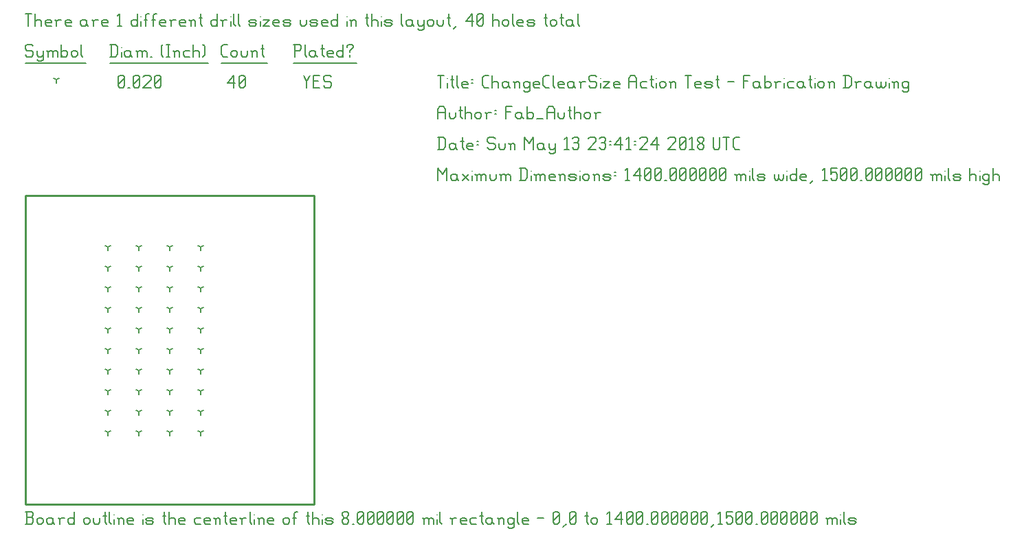
<source format=gbr>
G04 start of page 15 for group -3984 idx -3984 *
G04 Title: ChangeClearSize Action Test, fab *
G04 Creator: pcb v4.1.0-g2256aec2 *
G04 CreationDate: Sun May 13 23:41:24 2018 UTC *
G04 For: parkecw1 *
G04 Format: Gerber/RS-274X *
G04 PCB-Dimensions (mil): 1400.00 1500.00 *
G04 PCB-Coordinate-Origin: lower left *
%MOIN*%
%FSLAX25Y25*%
%LNFAB*%
%ADD41C,0.0100*%
%ADD40C,0.0075*%
%ADD39C,0.0060*%
%ADD38C,0.0080*%
G54D38*X40000Y35000D02*Y33400D01*
Y35000D02*X41387Y35800D01*
X40000Y35000D02*X38613Y35800D01*
X55000Y35000D02*Y33400D01*
Y35000D02*X56387Y35800D01*
X55000Y35000D02*X53613Y35800D01*
X85000Y35000D02*Y33400D01*
Y35000D02*X86387Y35800D01*
X85000Y35000D02*X83613Y35800D01*
X70000Y35000D02*Y33400D01*
Y35000D02*X71387Y35800D01*
X70000Y35000D02*X68613Y35800D01*
X40000Y45000D02*Y43400D01*
Y45000D02*X41387Y45800D01*
X40000Y45000D02*X38613Y45800D01*
X55000Y45000D02*Y43400D01*
Y45000D02*X56387Y45800D01*
X55000Y45000D02*X53613Y45800D01*
X85000Y45000D02*Y43400D01*
Y45000D02*X86387Y45800D01*
X85000Y45000D02*X83613Y45800D01*
X70000Y45000D02*Y43400D01*
Y45000D02*X71387Y45800D01*
X70000Y45000D02*X68613Y45800D01*
X40000Y125000D02*Y123400D01*
Y125000D02*X41387Y125800D01*
X40000Y125000D02*X38613Y125800D01*
X70000Y125000D02*Y123400D01*
Y125000D02*X71387Y125800D01*
X70000Y125000D02*X68613Y125800D01*
X55000Y125000D02*Y123400D01*
Y125000D02*X56387Y125800D01*
X55000Y125000D02*X53613Y125800D01*
X85000Y125000D02*Y123400D01*
Y125000D02*X86387Y125800D01*
X85000Y125000D02*X83613Y125800D01*
X40000Y115000D02*Y113400D01*
Y115000D02*X41387Y115800D01*
X40000Y115000D02*X38613Y115800D01*
X70000Y115000D02*Y113400D01*
Y115000D02*X71387Y115800D01*
X70000Y115000D02*X68613Y115800D01*
X55000Y115000D02*Y113400D01*
Y115000D02*X56387Y115800D01*
X55000Y115000D02*X53613Y115800D01*
X85000Y115000D02*Y113400D01*
Y115000D02*X86387Y115800D01*
X85000Y115000D02*X83613Y115800D01*
X40000Y105000D02*Y103400D01*
Y105000D02*X41387Y105800D01*
X40000Y105000D02*X38613Y105800D01*
X70000Y105000D02*Y103400D01*
Y105000D02*X71387Y105800D01*
X70000Y105000D02*X68613Y105800D01*
X55000Y105000D02*Y103400D01*
Y105000D02*X56387Y105800D01*
X55000Y105000D02*X53613Y105800D01*
X85000Y105000D02*Y103400D01*
Y105000D02*X86387Y105800D01*
X85000Y105000D02*X83613Y105800D01*
X40000Y95000D02*Y93400D01*
Y95000D02*X41387Y95800D01*
X40000Y95000D02*X38613Y95800D01*
X70000Y95000D02*Y93400D01*
Y95000D02*X71387Y95800D01*
X70000Y95000D02*X68613Y95800D01*
X55000Y95000D02*Y93400D01*
Y95000D02*X56387Y95800D01*
X55000Y95000D02*X53613Y95800D01*
X85000Y95000D02*Y93400D01*
Y95000D02*X86387Y95800D01*
X85000Y95000D02*X83613Y95800D01*
X40000Y85000D02*Y83400D01*
Y85000D02*X41387Y85800D01*
X40000Y85000D02*X38613Y85800D01*
X70000Y85000D02*Y83400D01*
Y85000D02*X71387Y85800D01*
X70000Y85000D02*X68613Y85800D01*
X55000Y85000D02*Y83400D01*
Y85000D02*X56387Y85800D01*
X55000Y85000D02*X53613Y85800D01*
X85000Y85000D02*Y83400D01*
Y85000D02*X86387Y85800D01*
X85000Y85000D02*X83613Y85800D01*
X40000Y75000D02*Y73400D01*
Y75000D02*X41387Y75800D01*
X40000Y75000D02*X38613Y75800D01*
X70000Y75000D02*Y73400D01*
Y75000D02*X71387Y75800D01*
X70000Y75000D02*X68613Y75800D01*
X55000Y75000D02*Y73400D01*
Y75000D02*X56387Y75800D01*
X55000Y75000D02*X53613Y75800D01*
X85000Y75000D02*Y73400D01*
Y75000D02*X86387Y75800D01*
X85000Y75000D02*X83613Y75800D01*
X40000Y65000D02*Y63400D01*
Y65000D02*X41387Y65800D01*
X40000Y65000D02*X38613Y65800D01*
X70000Y65000D02*Y63400D01*
Y65000D02*X71387Y65800D01*
X70000Y65000D02*X68613Y65800D01*
X55000Y65000D02*Y63400D01*
Y65000D02*X56387Y65800D01*
X55000Y65000D02*X53613Y65800D01*
X85000Y65000D02*Y63400D01*
Y65000D02*X86387Y65800D01*
X85000Y65000D02*X83613Y65800D01*
X40000Y55000D02*Y53400D01*
Y55000D02*X41387Y55800D01*
X40000Y55000D02*X38613Y55800D01*
X70000Y55000D02*Y53400D01*
Y55000D02*X71387Y55800D01*
X70000Y55000D02*X68613Y55800D01*
X55000Y55000D02*Y53400D01*
Y55000D02*X56387Y55800D01*
X55000Y55000D02*X53613Y55800D01*
X85000Y55000D02*Y53400D01*
Y55000D02*X86387Y55800D01*
X85000Y55000D02*X83613Y55800D01*
X15000Y206250D02*Y204650D01*
Y206250D02*X16387Y207050D01*
X15000Y206250D02*X13613Y207050D01*
G54D39*X135000Y208500D02*X136500Y205500D01*
X138000Y208500D01*
X136500Y205500D02*Y202500D01*
X139800Y205800D02*X142050D01*
X139800Y202500D02*X142800D01*
X139800Y208500D02*Y202500D01*
Y208500D02*X142800D01*
X147600D02*X148350Y207750D01*
X145350Y208500D02*X147600D01*
X144600Y207750D02*X145350Y208500D01*
X144600Y207750D02*Y206250D01*
X145350Y205500D01*
X147600D01*
X148350Y204750D01*
Y203250D01*
X147600Y202500D02*X148350Y203250D01*
X145350Y202500D02*X147600D01*
X144600Y203250D02*X145350Y202500D01*
X98000Y204750D02*X101000Y208500D01*
X98000Y204750D02*X101750D01*
X101000Y208500D02*Y202500D01*
X103550Y203250D02*X104300Y202500D01*
X103550Y207750D02*Y203250D01*
Y207750D02*X104300Y208500D01*
X105800D01*
X106550Y207750D01*
Y203250D01*
X105800Y202500D02*X106550Y203250D01*
X104300Y202500D02*X105800D01*
X103550Y204000D02*X106550Y207000D01*
X45000Y203250D02*X45750Y202500D01*
X45000Y207750D02*Y203250D01*
Y207750D02*X45750Y208500D01*
X47250D01*
X48000Y207750D01*
Y203250D01*
X47250Y202500D02*X48000Y203250D01*
X45750Y202500D02*X47250D01*
X45000Y204000D02*X48000Y207000D01*
X49800Y202500D02*X50550D01*
X52350Y203250D02*X53100Y202500D01*
X52350Y207750D02*Y203250D01*
Y207750D02*X53100Y208500D01*
X54600D01*
X55350Y207750D01*
Y203250D01*
X54600Y202500D02*X55350Y203250D01*
X53100Y202500D02*X54600D01*
X52350Y204000D02*X55350Y207000D01*
X57150Y207750D02*X57900Y208500D01*
X60150D01*
X60900Y207750D01*
Y206250D01*
X57150Y202500D02*X60900Y206250D01*
X57150Y202500D02*X60900D01*
X62700Y203250D02*X63450Y202500D01*
X62700Y207750D02*Y203250D01*
Y207750D02*X63450Y208500D01*
X64950D01*
X65700Y207750D01*
Y203250D01*
X64950Y202500D02*X65700Y203250D01*
X63450Y202500D02*X64950D01*
X62700Y204000D02*X65700Y207000D01*
X3000Y223500D02*X3750Y222750D01*
X750Y223500D02*X3000D01*
X0Y222750D02*X750Y223500D01*
X0Y222750D02*Y221250D01*
X750Y220500D01*
X3000D01*
X3750Y219750D01*
Y218250D01*
X3000Y217500D02*X3750Y218250D01*
X750Y217500D02*X3000D01*
X0Y218250D02*X750Y217500D01*
X5550Y220500D02*Y218250D01*
X6300Y217500D01*
X8550Y220500D02*Y216000D01*
X7800Y215250D02*X8550Y216000D01*
X6300Y215250D02*X7800D01*
X5550Y216000D02*X6300Y215250D01*
Y217500D02*X7800D01*
X8550Y218250D01*
X11100Y219750D02*Y217500D01*
Y219750D02*X11850Y220500D01*
X12600D01*
X13350Y219750D01*
Y217500D01*
Y219750D02*X14100Y220500D01*
X14850D01*
X15600Y219750D01*
Y217500D01*
X10350Y220500D02*X11100Y219750D01*
X17400Y223500D02*Y217500D01*
Y218250D02*X18150Y217500D01*
X19650D01*
X20400Y218250D01*
Y219750D02*Y218250D01*
X19650Y220500D02*X20400Y219750D01*
X18150Y220500D02*X19650D01*
X17400Y219750D02*X18150Y220500D01*
X22200Y219750D02*Y218250D01*
Y219750D02*X22950Y220500D01*
X24450D01*
X25200Y219750D01*
Y218250D01*
X24450Y217500D02*X25200Y218250D01*
X22950Y217500D02*X24450D01*
X22200Y218250D02*X22950Y217500D01*
X27000Y223500D02*Y218250D01*
X27750Y217500D01*
X0Y214250D02*X29250D01*
X41750Y223500D02*Y217500D01*
X43700Y223500D02*X44750Y222450D01*
Y218550D01*
X43700Y217500D02*X44750Y218550D01*
X41000Y217500D02*X43700D01*
X41000Y223500D02*X43700D01*
G54D40*X46550Y222000D02*Y221850D01*
G54D39*Y219750D02*Y217500D01*
X50300Y220500D02*X51050Y219750D01*
X48800Y220500D02*X50300D01*
X48050Y219750D02*X48800Y220500D01*
X48050Y219750D02*Y218250D01*
X48800Y217500D01*
X51050Y220500D02*Y218250D01*
X51800Y217500D01*
X48800D02*X50300D01*
X51050Y218250D01*
X54350Y219750D02*Y217500D01*
Y219750D02*X55100Y220500D01*
X55850D01*
X56600Y219750D01*
Y217500D01*
Y219750D02*X57350Y220500D01*
X58100D01*
X58850Y219750D01*
Y217500D01*
X53600Y220500D02*X54350Y219750D01*
X60650Y217500D02*X61400D01*
X65900Y218250D02*X66650Y217500D01*
X65900Y222750D02*X66650Y223500D01*
X65900Y222750D02*Y218250D01*
X68450Y223500D02*X69950D01*
X69200D02*Y217500D01*
X68450D02*X69950D01*
X72500Y219750D02*Y217500D01*
Y219750D02*X73250Y220500D01*
X74000D01*
X74750Y219750D01*
Y217500D01*
X71750Y220500D02*X72500Y219750D01*
X77300Y220500D02*X79550D01*
X76550Y219750D02*X77300Y220500D01*
X76550Y219750D02*Y218250D01*
X77300Y217500D01*
X79550D01*
X81350Y223500D02*Y217500D01*
Y219750D02*X82100Y220500D01*
X83600D01*
X84350Y219750D01*
Y217500D01*
X86150Y223500D02*X86900Y222750D01*
Y218250D01*
X86150Y217500D02*X86900Y218250D01*
X41000Y214250D02*X88700D01*
X96050Y217500D02*X98000D01*
X95000Y218550D02*X96050Y217500D01*
X95000Y222450D02*Y218550D01*
Y222450D02*X96050Y223500D01*
X98000D01*
X99800Y219750D02*Y218250D01*
Y219750D02*X100550Y220500D01*
X102050D01*
X102800Y219750D01*
Y218250D01*
X102050Y217500D02*X102800Y218250D01*
X100550Y217500D02*X102050D01*
X99800Y218250D02*X100550Y217500D01*
X104600Y220500D02*Y218250D01*
X105350Y217500D01*
X106850D01*
X107600Y218250D01*
Y220500D02*Y218250D01*
X110150Y219750D02*Y217500D01*
Y219750D02*X110900Y220500D01*
X111650D01*
X112400Y219750D01*
Y217500D01*
X109400Y220500D02*X110150Y219750D01*
X114950Y223500D02*Y218250D01*
X115700Y217500D01*
X114200Y221250D02*X115700D01*
X95000Y214250D02*X117200D01*
X130750Y223500D02*Y217500D01*
X130000Y223500D02*X133000D01*
X133750Y222750D01*
Y221250D01*
X133000Y220500D02*X133750Y221250D01*
X130750Y220500D02*X133000D01*
X135550Y223500D02*Y218250D01*
X136300Y217500D01*
X140050Y220500D02*X140800Y219750D01*
X138550Y220500D02*X140050D01*
X137800Y219750D02*X138550Y220500D01*
X137800Y219750D02*Y218250D01*
X138550Y217500D01*
X140800Y220500D02*Y218250D01*
X141550Y217500D01*
X138550D02*X140050D01*
X140800Y218250D01*
X144100Y223500D02*Y218250D01*
X144850Y217500D01*
X143350Y221250D02*X144850D01*
X147100Y217500D02*X149350D01*
X146350Y218250D02*X147100Y217500D01*
X146350Y219750D02*Y218250D01*
Y219750D02*X147100Y220500D01*
X148600D01*
X149350Y219750D01*
X146350Y219000D02*X149350D01*
Y219750D02*Y219000D01*
X154150Y223500D02*Y217500D01*
X153400D02*X154150Y218250D01*
X151900Y217500D02*X153400D01*
X151150Y218250D02*X151900Y217500D01*
X151150Y219750D02*Y218250D01*
Y219750D02*X151900Y220500D01*
X153400D01*
X154150Y219750D01*
X157450Y220500D02*Y219750D01*
Y218250D02*Y217500D01*
X155950Y222750D02*Y222000D01*
Y222750D02*X156700Y223500D01*
X158200D01*
X158950Y222750D01*
Y222000D01*
X157450Y220500D02*X158950Y222000D01*
X130000Y214250D02*X160750D01*
X0Y238500D02*X3000D01*
X1500D02*Y232500D01*
X4800Y238500D02*Y232500D01*
Y234750D02*X5550Y235500D01*
X7050D01*
X7800Y234750D01*
Y232500D01*
X10350D02*X12600D01*
X9600Y233250D02*X10350Y232500D01*
X9600Y234750D02*Y233250D01*
Y234750D02*X10350Y235500D01*
X11850D01*
X12600Y234750D01*
X9600Y234000D02*X12600D01*
Y234750D02*Y234000D01*
X15150Y234750D02*Y232500D01*
Y234750D02*X15900Y235500D01*
X17400D01*
X14400D02*X15150Y234750D01*
X19950Y232500D02*X22200D01*
X19200Y233250D02*X19950Y232500D01*
X19200Y234750D02*Y233250D01*
Y234750D02*X19950Y235500D01*
X21450D01*
X22200Y234750D01*
X19200Y234000D02*X22200D01*
Y234750D02*Y234000D01*
X28950Y235500D02*X29700Y234750D01*
X27450Y235500D02*X28950D01*
X26700Y234750D02*X27450Y235500D01*
X26700Y234750D02*Y233250D01*
X27450Y232500D01*
X29700Y235500D02*Y233250D01*
X30450Y232500D01*
X27450D02*X28950D01*
X29700Y233250D01*
X33000Y234750D02*Y232500D01*
Y234750D02*X33750Y235500D01*
X35250D01*
X32250D02*X33000Y234750D01*
X37800Y232500D02*X40050D01*
X37050Y233250D02*X37800Y232500D01*
X37050Y234750D02*Y233250D01*
Y234750D02*X37800Y235500D01*
X39300D01*
X40050Y234750D01*
X37050Y234000D02*X40050D01*
Y234750D02*Y234000D01*
X44550Y237300D02*X45750Y238500D01*
Y232500D01*
X44550D02*X46800D01*
X54300Y238500D02*Y232500D01*
X53550D02*X54300Y233250D01*
X52050Y232500D02*X53550D01*
X51300Y233250D02*X52050Y232500D01*
X51300Y234750D02*Y233250D01*
Y234750D02*X52050Y235500D01*
X53550D01*
X54300Y234750D01*
G54D40*X56100Y237000D02*Y236850D01*
G54D39*Y234750D02*Y232500D01*
X58350Y237750D02*Y232500D01*
Y237750D02*X59100Y238500D01*
X59850D01*
X57600Y235500D02*X59100D01*
X62100Y237750D02*Y232500D01*
Y237750D02*X62850Y238500D01*
X63600D01*
X61350Y235500D02*X62850D01*
X65850Y232500D02*X68100D01*
X65100Y233250D02*X65850Y232500D01*
X65100Y234750D02*Y233250D01*
Y234750D02*X65850Y235500D01*
X67350D01*
X68100Y234750D01*
X65100Y234000D02*X68100D01*
Y234750D02*Y234000D01*
X70650Y234750D02*Y232500D01*
Y234750D02*X71400Y235500D01*
X72900D01*
X69900D02*X70650Y234750D01*
X75450Y232500D02*X77700D01*
X74700Y233250D02*X75450Y232500D01*
X74700Y234750D02*Y233250D01*
Y234750D02*X75450Y235500D01*
X76950D01*
X77700Y234750D01*
X74700Y234000D02*X77700D01*
Y234750D02*Y234000D01*
X80250Y234750D02*Y232500D01*
Y234750D02*X81000Y235500D01*
X81750D01*
X82500Y234750D01*
Y232500D01*
X79500Y235500D02*X80250Y234750D01*
X85050Y238500D02*Y233250D01*
X85800Y232500D01*
X84300Y236250D02*X85800D01*
X93000Y238500D02*Y232500D01*
X92250D02*X93000Y233250D01*
X90750Y232500D02*X92250D01*
X90000Y233250D02*X90750Y232500D01*
X90000Y234750D02*Y233250D01*
Y234750D02*X90750Y235500D01*
X92250D01*
X93000Y234750D01*
X95550D02*Y232500D01*
Y234750D02*X96300Y235500D01*
X97800D01*
X94800D02*X95550Y234750D01*
G54D40*X99600Y237000D02*Y236850D01*
G54D39*Y234750D02*Y232500D01*
X101100Y238500D02*Y233250D01*
X101850Y232500D01*
X103350Y238500D02*Y233250D01*
X104100Y232500D01*
X109050D02*X111300D01*
X112050Y233250D01*
X111300Y234000D02*X112050Y233250D01*
X109050Y234000D02*X111300D01*
X108300Y234750D02*X109050Y234000D01*
X108300Y234750D02*X109050Y235500D01*
X111300D01*
X112050Y234750D01*
X108300Y233250D02*X109050Y232500D01*
G54D40*X113850Y237000D02*Y236850D01*
G54D39*Y234750D02*Y232500D01*
X115350Y235500D02*X118350D01*
X115350Y232500D02*X118350Y235500D01*
X115350Y232500D02*X118350D01*
X120900D02*X123150D01*
X120150Y233250D02*X120900Y232500D01*
X120150Y234750D02*Y233250D01*
Y234750D02*X120900Y235500D01*
X122400D01*
X123150Y234750D01*
X120150Y234000D02*X123150D01*
Y234750D02*Y234000D01*
X125700Y232500D02*X127950D01*
X128700Y233250D01*
X127950Y234000D02*X128700Y233250D01*
X125700Y234000D02*X127950D01*
X124950Y234750D02*X125700Y234000D01*
X124950Y234750D02*X125700Y235500D01*
X127950D01*
X128700Y234750D01*
X124950Y233250D02*X125700Y232500D01*
X133200Y235500D02*Y233250D01*
X133950Y232500D01*
X135450D01*
X136200Y233250D01*
Y235500D02*Y233250D01*
X138750Y232500D02*X141000D01*
X141750Y233250D01*
X141000Y234000D02*X141750Y233250D01*
X138750Y234000D02*X141000D01*
X138000Y234750D02*X138750Y234000D01*
X138000Y234750D02*X138750Y235500D01*
X141000D01*
X141750Y234750D01*
X138000Y233250D02*X138750Y232500D01*
X144300D02*X146550D01*
X143550Y233250D02*X144300Y232500D01*
X143550Y234750D02*Y233250D01*
Y234750D02*X144300Y235500D01*
X145800D01*
X146550Y234750D01*
X143550Y234000D02*X146550D01*
Y234750D02*Y234000D01*
X151350Y238500D02*Y232500D01*
X150600D02*X151350Y233250D01*
X149100Y232500D02*X150600D01*
X148350Y233250D02*X149100Y232500D01*
X148350Y234750D02*Y233250D01*
Y234750D02*X149100Y235500D01*
X150600D01*
X151350Y234750D01*
G54D40*X155850Y237000D02*Y236850D01*
G54D39*Y234750D02*Y232500D01*
X158100Y234750D02*Y232500D01*
Y234750D02*X158850Y235500D01*
X159600D01*
X160350Y234750D01*
Y232500D01*
X157350Y235500D02*X158100Y234750D01*
X165600Y238500D02*Y233250D01*
X166350Y232500D01*
X164850Y236250D02*X166350D01*
X167850Y238500D02*Y232500D01*
Y234750D02*X168600Y235500D01*
X170100D01*
X170850Y234750D01*
Y232500D01*
G54D40*X172650Y237000D02*Y236850D01*
G54D39*Y234750D02*Y232500D01*
X174900D02*X177150D01*
X177900Y233250D01*
X177150Y234000D02*X177900Y233250D01*
X174900Y234000D02*X177150D01*
X174150Y234750D02*X174900Y234000D01*
X174150Y234750D02*X174900Y235500D01*
X177150D01*
X177900Y234750D01*
X174150Y233250D02*X174900Y232500D01*
X182400Y238500D02*Y233250D01*
X183150Y232500D01*
X186900Y235500D02*X187650Y234750D01*
X185400Y235500D02*X186900D01*
X184650Y234750D02*X185400Y235500D01*
X184650Y234750D02*Y233250D01*
X185400Y232500D01*
X187650Y235500D02*Y233250D01*
X188400Y232500D01*
X185400D02*X186900D01*
X187650Y233250D01*
X190200Y235500D02*Y233250D01*
X190950Y232500D01*
X193200Y235500D02*Y231000D01*
X192450Y230250D02*X193200Y231000D01*
X190950Y230250D02*X192450D01*
X190200Y231000D02*X190950Y230250D01*
Y232500D02*X192450D01*
X193200Y233250D01*
X195000Y234750D02*Y233250D01*
Y234750D02*X195750Y235500D01*
X197250D01*
X198000Y234750D01*
Y233250D01*
X197250Y232500D02*X198000Y233250D01*
X195750Y232500D02*X197250D01*
X195000Y233250D02*X195750Y232500D01*
X199800Y235500D02*Y233250D01*
X200550Y232500D01*
X202050D01*
X202800Y233250D01*
Y235500D02*Y233250D01*
X205350Y238500D02*Y233250D01*
X206100Y232500D01*
X204600Y236250D02*X206100D01*
X207600Y231000D02*X209100Y232500D01*
X213600Y234750D02*X216600Y238500D01*
X213600Y234750D02*X217350D01*
X216600Y238500D02*Y232500D01*
X219150Y233250D02*X219900Y232500D01*
X219150Y237750D02*Y233250D01*
Y237750D02*X219900Y238500D01*
X221400D01*
X222150Y237750D01*
Y233250D01*
X221400Y232500D02*X222150Y233250D01*
X219900Y232500D02*X221400D01*
X219150Y234000D02*X222150Y237000D01*
X226650Y238500D02*Y232500D01*
Y234750D02*X227400Y235500D01*
X228900D01*
X229650Y234750D01*
Y232500D01*
X231450Y234750D02*Y233250D01*
Y234750D02*X232200Y235500D01*
X233700D01*
X234450Y234750D01*
Y233250D01*
X233700Y232500D02*X234450Y233250D01*
X232200Y232500D02*X233700D01*
X231450Y233250D02*X232200Y232500D01*
X236250Y238500D02*Y233250D01*
X237000Y232500D01*
X239250D02*X241500D01*
X238500Y233250D02*X239250Y232500D01*
X238500Y234750D02*Y233250D01*
Y234750D02*X239250Y235500D01*
X240750D01*
X241500Y234750D01*
X238500Y234000D02*X241500D01*
Y234750D02*Y234000D01*
X244050Y232500D02*X246300D01*
X247050Y233250D01*
X246300Y234000D02*X247050Y233250D01*
X244050Y234000D02*X246300D01*
X243300Y234750D02*X244050Y234000D01*
X243300Y234750D02*X244050Y235500D01*
X246300D01*
X247050Y234750D01*
X243300Y233250D02*X244050Y232500D01*
X252300Y238500D02*Y233250D01*
X253050Y232500D01*
X251550Y236250D02*X253050D01*
X254550Y234750D02*Y233250D01*
Y234750D02*X255300Y235500D01*
X256800D01*
X257550Y234750D01*
Y233250D01*
X256800Y232500D02*X257550Y233250D01*
X255300Y232500D02*X256800D01*
X254550Y233250D02*X255300Y232500D01*
X260100Y238500D02*Y233250D01*
X260850Y232500D01*
X259350Y236250D02*X260850D01*
X264600Y235500D02*X265350Y234750D01*
X263100Y235500D02*X264600D01*
X262350Y234750D02*X263100Y235500D01*
X262350Y234750D02*Y233250D01*
X263100Y232500D01*
X265350Y235500D02*Y233250D01*
X266100Y232500D01*
X263100D02*X264600D01*
X265350Y233250D01*
X267900Y238500D02*Y233250D01*
X268650Y232500D01*
G54D41*X0Y150000D02*X140000D01*
X0D02*Y0D01*
X140000Y150000D02*Y0D01*
X0D02*X140000D01*
G54D39*X200000Y163500D02*Y157500D01*
Y163500D02*X202250Y160500D01*
X204500Y163500D01*
Y157500D01*
X208550Y160500D02*X209300Y159750D01*
X207050Y160500D02*X208550D01*
X206300Y159750D02*X207050Y160500D01*
X206300Y159750D02*Y158250D01*
X207050Y157500D01*
X209300Y160500D02*Y158250D01*
X210050Y157500D01*
X207050D02*X208550D01*
X209300Y158250D01*
X211850Y160500D02*X214850Y157500D01*
X211850D02*X214850Y160500D01*
G54D40*X216650Y162000D02*Y161850D01*
G54D39*Y159750D02*Y157500D01*
X218900Y159750D02*Y157500D01*
Y159750D02*X219650Y160500D01*
X220400D01*
X221150Y159750D01*
Y157500D01*
Y159750D02*X221900Y160500D01*
X222650D01*
X223400Y159750D01*
Y157500D01*
X218150Y160500D02*X218900Y159750D01*
X225200Y160500D02*Y158250D01*
X225950Y157500D01*
X227450D01*
X228200Y158250D01*
Y160500D02*Y158250D01*
X230750Y159750D02*Y157500D01*
Y159750D02*X231500Y160500D01*
X232250D01*
X233000Y159750D01*
Y157500D01*
Y159750D02*X233750Y160500D01*
X234500D01*
X235250Y159750D01*
Y157500D01*
X230000Y160500D02*X230750Y159750D01*
X240500Y163500D02*Y157500D01*
X242450Y163500D02*X243500Y162450D01*
Y158550D01*
X242450Y157500D02*X243500Y158550D01*
X239750Y157500D02*X242450D01*
X239750Y163500D02*X242450D01*
G54D40*X245300Y162000D02*Y161850D01*
G54D39*Y159750D02*Y157500D01*
X247550Y159750D02*Y157500D01*
Y159750D02*X248300Y160500D01*
X249050D01*
X249800Y159750D01*
Y157500D01*
Y159750D02*X250550Y160500D01*
X251300D01*
X252050Y159750D01*
Y157500D01*
X246800Y160500D02*X247550Y159750D01*
X254600Y157500D02*X256850D01*
X253850Y158250D02*X254600Y157500D01*
X253850Y159750D02*Y158250D01*
Y159750D02*X254600Y160500D01*
X256100D01*
X256850Y159750D01*
X253850Y159000D02*X256850D01*
Y159750D02*Y159000D01*
X259400Y159750D02*Y157500D01*
Y159750D02*X260150Y160500D01*
X260900D01*
X261650Y159750D01*
Y157500D01*
X258650Y160500D02*X259400Y159750D01*
X264200Y157500D02*X266450D01*
X267200Y158250D01*
X266450Y159000D02*X267200Y158250D01*
X264200Y159000D02*X266450D01*
X263450Y159750D02*X264200Y159000D01*
X263450Y159750D02*X264200Y160500D01*
X266450D01*
X267200Y159750D01*
X263450Y158250D02*X264200Y157500D01*
G54D40*X269000Y162000D02*Y161850D01*
G54D39*Y159750D02*Y157500D01*
X270500Y159750D02*Y158250D01*
Y159750D02*X271250Y160500D01*
X272750D01*
X273500Y159750D01*
Y158250D01*
X272750Y157500D02*X273500Y158250D01*
X271250Y157500D02*X272750D01*
X270500Y158250D02*X271250Y157500D01*
X276050Y159750D02*Y157500D01*
Y159750D02*X276800Y160500D01*
X277550D01*
X278300Y159750D01*
Y157500D01*
X275300Y160500D02*X276050Y159750D01*
X280850Y157500D02*X283100D01*
X283850Y158250D01*
X283100Y159000D02*X283850Y158250D01*
X280850Y159000D02*X283100D01*
X280100Y159750D02*X280850Y159000D01*
X280100Y159750D02*X280850Y160500D01*
X283100D01*
X283850Y159750D01*
X280100Y158250D02*X280850Y157500D01*
X285650Y161250D02*X286400D01*
X285650Y159750D02*X286400D01*
X290900Y162300D02*X292100Y163500D01*
Y157500D01*
X290900D02*X293150D01*
X294950Y159750D02*X297950Y163500D01*
X294950Y159750D02*X298700D01*
X297950Y163500D02*Y157500D01*
X300500Y158250D02*X301250Y157500D01*
X300500Y162750D02*Y158250D01*
Y162750D02*X301250Y163500D01*
X302750D01*
X303500Y162750D01*
Y158250D01*
X302750Y157500D02*X303500Y158250D01*
X301250Y157500D02*X302750D01*
X300500Y159000D02*X303500Y162000D01*
X305300Y158250D02*X306050Y157500D01*
X305300Y162750D02*Y158250D01*
Y162750D02*X306050Y163500D01*
X307550D01*
X308300Y162750D01*
Y158250D01*
X307550Y157500D02*X308300Y158250D01*
X306050Y157500D02*X307550D01*
X305300Y159000D02*X308300Y162000D01*
X310100Y157500D02*X310850D01*
X312650Y158250D02*X313400Y157500D01*
X312650Y162750D02*Y158250D01*
Y162750D02*X313400Y163500D01*
X314900D01*
X315650Y162750D01*
Y158250D01*
X314900Y157500D02*X315650Y158250D01*
X313400Y157500D02*X314900D01*
X312650Y159000D02*X315650Y162000D01*
X317450Y158250D02*X318200Y157500D01*
X317450Y162750D02*Y158250D01*
Y162750D02*X318200Y163500D01*
X319700D01*
X320450Y162750D01*
Y158250D01*
X319700Y157500D02*X320450Y158250D01*
X318200Y157500D02*X319700D01*
X317450Y159000D02*X320450Y162000D01*
X322250Y158250D02*X323000Y157500D01*
X322250Y162750D02*Y158250D01*
Y162750D02*X323000Y163500D01*
X324500D01*
X325250Y162750D01*
Y158250D01*
X324500Y157500D02*X325250Y158250D01*
X323000Y157500D02*X324500D01*
X322250Y159000D02*X325250Y162000D01*
X327050Y158250D02*X327800Y157500D01*
X327050Y162750D02*Y158250D01*
Y162750D02*X327800Y163500D01*
X329300D01*
X330050Y162750D01*
Y158250D01*
X329300Y157500D02*X330050Y158250D01*
X327800Y157500D02*X329300D01*
X327050Y159000D02*X330050Y162000D01*
X331850Y158250D02*X332600Y157500D01*
X331850Y162750D02*Y158250D01*
Y162750D02*X332600Y163500D01*
X334100D01*
X334850Y162750D01*
Y158250D01*
X334100Y157500D02*X334850Y158250D01*
X332600Y157500D02*X334100D01*
X331850Y159000D02*X334850Y162000D01*
X336650Y158250D02*X337400Y157500D01*
X336650Y162750D02*Y158250D01*
Y162750D02*X337400Y163500D01*
X338900D01*
X339650Y162750D01*
Y158250D01*
X338900Y157500D02*X339650Y158250D01*
X337400Y157500D02*X338900D01*
X336650Y159000D02*X339650Y162000D01*
X344900Y159750D02*Y157500D01*
Y159750D02*X345650Y160500D01*
X346400D01*
X347150Y159750D01*
Y157500D01*
Y159750D02*X347900Y160500D01*
X348650D01*
X349400Y159750D01*
Y157500D01*
X344150Y160500D02*X344900Y159750D01*
G54D40*X351200Y162000D02*Y161850D01*
G54D39*Y159750D02*Y157500D01*
X352700Y163500D02*Y158250D01*
X353450Y157500D01*
X355700D02*X357950D01*
X358700Y158250D01*
X357950Y159000D02*X358700Y158250D01*
X355700Y159000D02*X357950D01*
X354950Y159750D02*X355700Y159000D01*
X354950Y159750D02*X355700Y160500D01*
X357950D01*
X358700Y159750D01*
X354950Y158250D02*X355700Y157500D01*
X363200Y160500D02*Y158250D01*
X363950Y157500D01*
X364700D01*
X365450Y158250D01*
Y160500D02*Y158250D01*
X366200Y157500D01*
X366950D01*
X367700Y158250D01*
Y160500D02*Y158250D01*
G54D40*X369500Y162000D02*Y161850D01*
G54D39*Y159750D02*Y157500D01*
X374000Y163500D02*Y157500D01*
X373250D02*X374000Y158250D01*
X371750Y157500D02*X373250D01*
X371000Y158250D02*X371750Y157500D01*
X371000Y159750D02*Y158250D01*
Y159750D02*X371750Y160500D01*
X373250D01*
X374000Y159750D01*
X376550Y157500D02*X378800D01*
X375800Y158250D02*X376550Y157500D01*
X375800Y159750D02*Y158250D01*
Y159750D02*X376550Y160500D01*
X378050D01*
X378800Y159750D01*
X375800Y159000D02*X378800D01*
Y159750D02*Y159000D01*
X380600Y156000D02*X382100Y157500D01*
X386600Y162300D02*X387800Y163500D01*
Y157500D01*
X386600D02*X388850D01*
X390650Y163500D02*X393650D01*
X390650D02*Y160500D01*
X391400Y161250D01*
X392900D01*
X393650Y160500D01*
Y158250D01*
X392900Y157500D02*X393650Y158250D01*
X391400Y157500D02*X392900D01*
X390650Y158250D02*X391400Y157500D01*
X395450Y158250D02*X396200Y157500D01*
X395450Y162750D02*Y158250D01*
Y162750D02*X396200Y163500D01*
X397700D01*
X398450Y162750D01*
Y158250D01*
X397700Y157500D02*X398450Y158250D01*
X396200Y157500D02*X397700D01*
X395450Y159000D02*X398450Y162000D01*
X400250Y158250D02*X401000Y157500D01*
X400250Y162750D02*Y158250D01*
Y162750D02*X401000Y163500D01*
X402500D01*
X403250Y162750D01*
Y158250D01*
X402500Y157500D02*X403250Y158250D01*
X401000Y157500D02*X402500D01*
X400250Y159000D02*X403250Y162000D01*
X405050Y157500D02*X405800D01*
X407600Y158250D02*X408350Y157500D01*
X407600Y162750D02*Y158250D01*
Y162750D02*X408350Y163500D01*
X409850D01*
X410600Y162750D01*
Y158250D01*
X409850Y157500D02*X410600Y158250D01*
X408350Y157500D02*X409850D01*
X407600Y159000D02*X410600Y162000D01*
X412400Y158250D02*X413150Y157500D01*
X412400Y162750D02*Y158250D01*
Y162750D02*X413150Y163500D01*
X414650D01*
X415400Y162750D01*
Y158250D01*
X414650Y157500D02*X415400Y158250D01*
X413150Y157500D02*X414650D01*
X412400Y159000D02*X415400Y162000D01*
X417200Y158250D02*X417950Y157500D01*
X417200Y162750D02*Y158250D01*
Y162750D02*X417950Y163500D01*
X419450D01*
X420200Y162750D01*
Y158250D01*
X419450Y157500D02*X420200Y158250D01*
X417950Y157500D02*X419450D01*
X417200Y159000D02*X420200Y162000D01*
X422000Y158250D02*X422750Y157500D01*
X422000Y162750D02*Y158250D01*
Y162750D02*X422750Y163500D01*
X424250D01*
X425000Y162750D01*
Y158250D01*
X424250Y157500D02*X425000Y158250D01*
X422750Y157500D02*X424250D01*
X422000Y159000D02*X425000Y162000D01*
X426800Y158250D02*X427550Y157500D01*
X426800Y162750D02*Y158250D01*
Y162750D02*X427550Y163500D01*
X429050D01*
X429800Y162750D01*
Y158250D01*
X429050Y157500D02*X429800Y158250D01*
X427550Y157500D02*X429050D01*
X426800Y159000D02*X429800Y162000D01*
X431600Y158250D02*X432350Y157500D01*
X431600Y162750D02*Y158250D01*
Y162750D02*X432350Y163500D01*
X433850D01*
X434600Y162750D01*
Y158250D01*
X433850Y157500D02*X434600Y158250D01*
X432350Y157500D02*X433850D01*
X431600Y159000D02*X434600Y162000D01*
X439850Y159750D02*Y157500D01*
Y159750D02*X440600Y160500D01*
X441350D01*
X442100Y159750D01*
Y157500D01*
Y159750D02*X442850Y160500D01*
X443600D01*
X444350Y159750D01*
Y157500D01*
X439100Y160500D02*X439850Y159750D01*
G54D40*X446150Y162000D02*Y161850D01*
G54D39*Y159750D02*Y157500D01*
X447650Y163500D02*Y158250D01*
X448400Y157500D01*
X450650D02*X452900D01*
X453650Y158250D01*
X452900Y159000D02*X453650Y158250D01*
X450650Y159000D02*X452900D01*
X449900Y159750D02*X450650Y159000D01*
X449900Y159750D02*X450650Y160500D01*
X452900D01*
X453650Y159750D01*
X449900Y158250D02*X450650Y157500D01*
X458150Y163500D02*Y157500D01*
Y159750D02*X458900Y160500D01*
X460400D01*
X461150Y159750D01*
Y157500D01*
G54D40*X462950Y162000D02*Y161850D01*
G54D39*Y159750D02*Y157500D01*
X466700Y160500D02*X467450Y159750D01*
X465200Y160500D02*X466700D01*
X464450Y159750D02*X465200Y160500D01*
X464450Y159750D02*Y158250D01*
X465200Y157500D01*
X466700D01*
X467450Y158250D01*
X464450Y156000D02*X465200Y155250D01*
X466700D01*
X467450Y156000D01*
Y160500D02*Y156000D01*
X469250Y163500D02*Y157500D01*
Y159750D02*X470000Y160500D01*
X471500D01*
X472250Y159750D01*
Y157500D01*
X0Y-9500D02*X3000D01*
X3750Y-8750D01*
Y-6950D02*Y-8750D01*
X3000Y-6200D02*X3750Y-6950D01*
X750Y-6200D02*X3000D01*
X750Y-3500D02*Y-9500D01*
X0Y-3500D02*X3000D01*
X3750Y-4250D01*
Y-5450D01*
X3000Y-6200D02*X3750Y-5450D01*
X5550Y-7250D02*Y-8750D01*
Y-7250D02*X6300Y-6500D01*
X7800D01*
X8550Y-7250D01*
Y-8750D01*
X7800Y-9500D02*X8550Y-8750D01*
X6300Y-9500D02*X7800D01*
X5550Y-8750D02*X6300Y-9500D01*
X12600Y-6500D02*X13350Y-7250D01*
X11100Y-6500D02*X12600D01*
X10350Y-7250D02*X11100Y-6500D01*
X10350Y-7250D02*Y-8750D01*
X11100Y-9500D01*
X13350Y-6500D02*Y-8750D01*
X14100Y-9500D01*
X11100D02*X12600D01*
X13350Y-8750D01*
X16650Y-7250D02*Y-9500D01*
Y-7250D02*X17400Y-6500D01*
X18900D01*
X15900D02*X16650Y-7250D01*
X23700Y-3500D02*Y-9500D01*
X22950D02*X23700Y-8750D01*
X21450Y-9500D02*X22950D01*
X20700Y-8750D02*X21450Y-9500D01*
X20700Y-7250D02*Y-8750D01*
Y-7250D02*X21450Y-6500D01*
X22950D01*
X23700Y-7250D01*
X28200D02*Y-8750D01*
Y-7250D02*X28950Y-6500D01*
X30450D01*
X31200Y-7250D01*
Y-8750D01*
X30450Y-9500D02*X31200Y-8750D01*
X28950Y-9500D02*X30450D01*
X28200Y-8750D02*X28950Y-9500D01*
X33000Y-6500D02*Y-8750D01*
X33750Y-9500D01*
X35250D01*
X36000Y-8750D01*
Y-6500D02*Y-8750D01*
X38550Y-3500D02*Y-8750D01*
X39300Y-9500D01*
X37800Y-5750D02*X39300D01*
X40800Y-3500D02*Y-8750D01*
X41550Y-9500D01*
G54D40*X43050Y-5000D02*Y-5150D01*
G54D39*Y-7250D02*Y-9500D01*
X45300Y-7250D02*Y-9500D01*
Y-7250D02*X46050Y-6500D01*
X46800D01*
X47550Y-7250D01*
Y-9500D01*
X44550Y-6500D02*X45300Y-7250D01*
X50100Y-9500D02*X52350D01*
X49350Y-8750D02*X50100Y-9500D01*
X49350Y-7250D02*Y-8750D01*
Y-7250D02*X50100Y-6500D01*
X51600D01*
X52350Y-7250D01*
X49350Y-8000D02*X52350D01*
Y-7250D02*Y-8000D01*
G54D40*X56850Y-5000D02*Y-5150D01*
G54D39*Y-7250D02*Y-9500D01*
X59100D02*X61350D01*
X62100Y-8750D01*
X61350Y-8000D02*X62100Y-8750D01*
X59100Y-8000D02*X61350D01*
X58350Y-7250D02*X59100Y-8000D01*
X58350Y-7250D02*X59100Y-6500D01*
X61350D01*
X62100Y-7250D01*
X58350Y-8750D02*X59100Y-9500D01*
X67350Y-3500D02*Y-8750D01*
X68100Y-9500D01*
X66600Y-5750D02*X68100D01*
X69600Y-3500D02*Y-9500D01*
Y-7250D02*X70350Y-6500D01*
X71850D01*
X72600Y-7250D01*
Y-9500D01*
X75150D02*X77400D01*
X74400Y-8750D02*X75150Y-9500D01*
X74400Y-7250D02*Y-8750D01*
Y-7250D02*X75150Y-6500D01*
X76650D01*
X77400Y-7250D01*
X74400Y-8000D02*X77400D01*
Y-7250D02*Y-8000D01*
X82650Y-6500D02*X84900D01*
X81900Y-7250D02*X82650Y-6500D01*
X81900Y-7250D02*Y-8750D01*
X82650Y-9500D01*
X84900D01*
X87450D02*X89700D01*
X86700Y-8750D02*X87450Y-9500D01*
X86700Y-7250D02*Y-8750D01*
Y-7250D02*X87450Y-6500D01*
X88950D01*
X89700Y-7250D01*
X86700Y-8000D02*X89700D01*
Y-7250D02*Y-8000D01*
X92250Y-7250D02*Y-9500D01*
Y-7250D02*X93000Y-6500D01*
X93750D01*
X94500Y-7250D01*
Y-9500D01*
X91500Y-6500D02*X92250Y-7250D01*
X97050Y-3500D02*Y-8750D01*
X97800Y-9500D01*
X96300Y-5750D02*X97800D01*
X100050Y-9500D02*X102300D01*
X99300Y-8750D02*X100050Y-9500D01*
X99300Y-7250D02*Y-8750D01*
Y-7250D02*X100050Y-6500D01*
X101550D01*
X102300Y-7250D01*
X99300Y-8000D02*X102300D01*
Y-7250D02*Y-8000D01*
X104850Y-7250D02*Y-9500D01*
Y-7250D02*X105600Y-6500D01*
X107100D01*
X104100D02*X104850Y-7250D01*
X108900Y-3500D02*Y-8750D01*
X109650Y-9500D01*
G54D40*X111150Y-5000D02*Y-5150D01*
G54D39*Y-7250D02*Y-9500D01*
X113400Y-7250D02*Y-9500D01*
Y-7250D02*X114150Y-6500D01*
X114900D01*
X115650Y-7250D01*
Y-9500D01*
X112650Y-6500D02*X113400Y-7250D01*
X118200Y-9500D02*X120450D01*
X117450Y-8750D02*X118200Y-9500D01*
X117450Y-7250D02*Y-8750D01*
Y-7250D02*X118200Y-6500D01*
X119700D01*
X120450Y-7250D01*
X117450Y-8000D02*X120450D01*
Y-7250D02*Y-8000D01*
X124950Y-7250D02*Y-8750D01*
Y-7250D02*X125700Y-6500D01*
X127200D01*
X127950Y-7250D01*
Y-8750D01*
X127200Y-9500D02*X127950Y-8750D01*
X125700Y-9500D02*X127200D01*
X124950Y-8750D02*X125700Y-9500D01*
X130500Y-4250D02*Y-9500D01*
Y-4250D02*X131250Y-3500D01*
X132000D01*
X129750Y-6500D02*X131250D01*
X136950Y-3500D02*Y-8750D01*
X137700Y-9500D01*
X136200Y-5750D02*X137700D01*
X139200Y-3500D02*Y-9500D01*
Y-7250D02*X139950Y-6500D01*
X141450D01*
X142200Y-7250D01*
Y-9500D01*
G54D40*X144000Y-5000D02*Y-5150D01*
G54D39*Y-7250D02*Y-9500D01*
X146250D02*X148500D01*
X149250Y-8750D01*
X148500Y-8000D02*X149250Y-8750D01*
X146250Y-8000D02*X148500D01*
X145500Y-7250D02*X146250Y-8000D01*
X145500Y-7250D02*X146250Y-6500D01*
X148500D01*
X149250Y-7250D01*
X145500Y-8750D02*X146250Y-9500D01*
X153750Y-8750D02*X154500Y-9500D01*
X153750Y-7550D02*Y-8750D01*
Y-7550D02*X154800Y-6500D01*
X155700D01*
X156750Y-7550D01*
Y-8750D01*
X156000Y-9500D02*X156750Y-8750D01*
X154500Y-9500D02*X156000D01*
X153750Y-5450D02*X154800Y-6500D01*
X153750Y-4250D02*Y-5450D01*
Y-4250D02*X154500Y-3500D01*
X156000D01*
X156750Y-4250D01*
Y-5450D01*
X155700Y-6500D02*X156750Y-5450D01*
X158550Y-9500D02*X159300D01*
X161100Y-8750D02*X161850Y-9500D01*
X161100Y-4250D02*Y-8750D01*
Y-4250D02*X161850Y-3500D01*
X163350D01*
X164100Y-4250D01*
Y-8750D01*
X163350Y-9500D02*X164100Y-8750D01*
X161850Y-9500D02*X163350D01*
X161100Y-8000D02*X164100Y-5000D01*
X165900Y-8750D02*X166650Y-9500D01*
X165900Y-4250D02*Y-8750D01*
Y-4250D02*X166650Y-3500D01*
X168150D01*
X168900Y-4250D01*
Y-8750D01*
X168150Y-9500D02*X168900Y-8750D01*
X166650Y-9500D02*X168150D01*
X165900Y-8000D02*X168900Y-5000D01*
X170700Y-8750D02*X171450Y-9500D01*
X170700Y-4250D02*Y-8750D01*
Y-4250D02*X171450Y-3500D01*
X172950D01*
X173700Y-4250D01*
Y-8750D01*
X172950Y-9500D02*X173700Y-8750D01*
X171450Y-9500D02*X172950D01*
X170700Y-8000D02*X173700Y-5000D01*
X175500Y-8750D02*X176250Y-9500D01*
X175500Y-4250D02*Y-8750D01*
Y-4250D02*X176250Y-3500D01*
X177750D01*
X178500Y-4250D01*
Y-8750D01*
X177750Y-9500D02*X178500Y-8750D01*
X176250Y-9500D02*X177750D01*
X175500Y-8000D02*X178500Y-5000D01*
X180300Y-8750D02*X181050Y-9500D01*
X180300Y-4250D02*Y-8750D01*
Y-4250D02*X181050Y-3500D01*
X182550D01*
X183300Y-4250D01*
Y-8750D01*
X182550Y-9500D02*X183300Y-8750D01*
X181050Y-9500D02*X182550D01*
X180300Y-8000D02*X183300Y-5000D01*
X185100Y-8750D02*X185850Y-9500D01*
X185100Y-4250D02*Y-8750D01*
Y-4250D02*X185850Y-3500D01*
X187350D01*
X188100Y-4250D01*
Y-8750D01*
X187350Y-9500D02*X188100Y-8750D01*
X185850Y-9500D02*X187350D01*
X185100Y-8000D02*X188100Y-5000D01*
X193350Y-7250D02*Y-9500D01*
Y-7250D02*X194100Y-6500D01*
X194850D01*
X195600Y-7250D01*
Y-9500D01*
Y-7250D02*X196350Y-6500D01*
X197100D01*
X197850Y-7250D01*
Y-9500D01*
X192600Y-6500D02*X193350Y-7250D01*
G54D40*X199650Y-5000D02*Y-5150D01*
G54D39*Y-7250D02*Y-9500D01*
X201150Y-3500D02*Y-8750D01*
X201900Y-9500D01*
X206850Y-7250D02*Y-9500D01*
Y-7250D02*X207600Y-6500D01*
X209100D01*
X206100D02*X206850Y-7250D01*
X211650Y-9500D02*X213900D01*
X210900Y-8750D02*X211650Y-9500D01*
X210900Y-7250D02*Y-8750D01*
Y-7250D02*X211650Y-6500D01*
X213150D01*
X213900Y-7250D01*
X210900Y-8000D02*X213900D01*
Y-7250D02*Y-8000D01*
X216450Y-6500D02*X218700D01*
X215700Y-7250D02*X216450Y-6500D01*
X215700Y-7250D02*Y-8750D01*
X216450Y-9500D01*
X218700D01*
X221250Y-3500D02*Y-8750D01*
X222000Y-9500D01*
X220500Y-5750D02*X222000D01*
X225750Y-6500D02*X226500Y-7250D01*
X224250Y-6500D02*X225750D01*
X223500Y-7250D02*X224250Y-6500D01*
X223500Y-7250D02*Y-8750D01*
X224250Y-9500D01*
X226500Y-6500D02*Y-8750D01*
X227250Y-9500D01*
X224250D02*X225750D01*
X226500Y-8750D01*
X229800Y-7250D02*Y-9500D01*
Y-7250D02*X230550Y-6500D01*
X231300D01*
X232050Y-7250D01*
Y-9500D01*
X229050Y-6500D02*X229800Y-7250D01*
X236100Y-6500D02*X236850Y-7250D01*
X234600Y-6500D02*X236100D01*
X233850Y-7250D02*X234600Y-6500D01*
X233850Y-7250D02*Y-8750D01*
X234600Y-9500D01*
X236100D01*
X236850Y-8750D01*
X233850Y-11000D02*X234600Y-11750D01*
X236100D01*
X236850Y-11000D01*
Y-6500D02*Y-11000D01*
X238650Y-3500D02*Y-8750D01*
X239400Y-9500D01*
X241650D02*X243900D01*
X240900Y-8750D02*X241650Y-9500D01*
X240900Y-7250D02*Y-8750D01*
Y-7250D02*X241650Y-6500D01*
X243150D01*
X243900Y-7250D01*
X240900Y-8000D02*X243900D01*
Y-7250D02*Y-8000D01*
X248400Y-6500D02*X251400D01*
X255900Y-8750D02*X256650Y-9500D01*
X255900Y-4250D02*Y-8750D01*
Y-4250D02*X256650Y-3500D01*
X258150D01*
X258900Y-4250D01*
Y-8750D01*
X258150Y-9500D02*X258900Y-8750D01*
X256650Y-9500D02*X258150D01*
X255900Y-8000D02*X258900Y-5000D01*
X260700Y-11000D02*X262200Y-9500D01*
X264000Y-8750D02*X264750Y-9500D01*
X264000Y-4250D02*Y-8750D01*
Y-4250D02*X264750Y-3500D01*
X266250D01*
X267000Y-4250D01*
Y-8750D01*
X266250Y-9500D02*X267000Y-8750D01*
X264750Y-9500D02*X266250D01*
X264000Y-8000D02*X267000Y-5000D01*
X272250Y-3500D02*Y-8750D01*
X273000Y-9500D01*
X271500Y-5750D02*X273000D01*
X274500Y-7250D02*Y-8750D01*
Y-7250D02*X275250Y-6500D01*
X276750D01*
X277500Y-7250D01*
Y-8750D01*
X276750Y-9500D02*X277500Y-8750D01*
X275250Y-9500D02*X276750D01*
X274500Y-8750D02*X275250Y-9500D01*
X282000Y-4700D02*X283200Y-3500D01*
Y-9500D01*
X282000D02*X284250D01*
X286050Y-7250D02*X289050Y-3500D01*
X286050Y-7250D02*X289800D01*
X289050Y-3500D02*Y-9500D01*
X291600Y-8750D02*X292350Y-9500D01*
X291600Y-4250D02*Y-8750D01*
Y-4250D02*X292350Y-3500D01*
X293850D01*
X294600Y-4250D01*
Y-8750D01*
X293850Y-9500D02*X294600Y-8750D01*
X292350Y-9500D02*X293850D01*
X291600Y-8000D02*X294600Y-5000D01*
X296400Y-8750D02*X297150Y-9500D01*
X296400Y-4250D02*Y-8750D01*
Y-4250D02*X297150Y-3500D01*
X298650D01*
X299400Y-4250D01*
Y-8750D01*
X298650Y-9500D02*X299400Y-8750D01*
X297150Y-9500D02*X298650D01*
X296400Y-8000D02*X299400Y-5000D01*
X301200Y-9500D02*X301950D01*
X303750Y-8750D02*X304500Y-9500D01*
X303750Y-4250D02*Y-8750D01*
Y-4250D02*X304500Y-3500D01*
X306000D01*
X306750Y-4250D01*
Y-8750D01*
X306000Y-9500D02*X306750Y-8750D01*
X304500Y-9500D02*X306000D01*
X303750Y-8000D02*X306750Y-5000D01*
X308550Y-8750D02*X309300Y-9500D01*
X308550Y-4250D02*Y-8750D01*
Y-4250D02*X309300Y-3500D01*
X310800D01*
X311550Y-4250D01*
Y-8750D01*
X310800Y-9500D02*X311550Y-8750D01*
X309300Y-9500D02*X310800D01*
X308550Y-8000D02*X311550Y-5000D01*
X313350Y-8750D02*X314100Y-9500D01*
X313350Y-4250D02*Y-8750D01*
Y-4250D02*X314100Y-3500D01*
X315600D01*
X316350Y-4250D01*
Y-8750D01*
X315600Y-9500D02*X316350Y-8750D01*
X314100Y-9500D02*X315600D01*
X313350Y-8000D02*X316350Y-5000D01*
X318150Y-8750D02*X318900Y-9500D01*
X318150Y-4250D02*Y-8750D01*
Y-4250D02*X318900Y-3500D01*
X320400D01*
X321150Y-4250D01*
Y-8750D01*
X320400Y-9500D02*X321150Y-8750D01*
X318900Y-9500D02*X320400D01*
X318150Y-8000D02*X321150Y-5000D01*
X322950Y-8750D02*X323700Y-9500D01*
X322950Y-4250D02*Y-8750D01*
Y-4250D02*X323700Y-3500D01*
X325200D01*
X325950Y-4250D01*
Y-8750D01*
X325200Y-9500D02*X325950Y-8750D01*
X323700Y-9500D02*X325200D01*
X322950Y-8000D02*X325950Y-5000D01*
X327750Y-8750D02*X328500Y-9500D01*
X327750Y-4250D02*Y-8750D01*
Y-4250D02*X328500Y-3500D01*
X330000D01*
X330750Y-4250D01*
Y-8750D01*
X330000Y-9500D02*X330750Y-8750D01*
X328500Y-9500D02*X330000D01*
X327750Y-8000D02*X330750Y-5000D01*
X332550Y-11000D02*X334050Y-9500D01*
X335850Y-4700D02*X337050Y-3500D01*
Y-9500D01*
X335850D02*X338100D01*
X339900Y-3500D02*X342900D01*
X339900D02*Y-6500D01*
X340650Y-5750D01*
X342150D01*
X342900Y-6500D01*
Y-8750D01*
X342150Y-9500D02*X342900Y-8750D01*
X340650Y-9500D02*X342150D01*
X339900Y-8750D02*X340650Y-9500D01*
X344700Y-8750D02*X345450Y-9500D01*
X344700Y-4250D02*Y-8750D01*
Y-4250D02*X345450Y-3500D01*
X346950D01*
X347700Y-4250D01*
Y-8750D01*
X346950Y-9500D02*X347700Y-8750D01*
X345450Y-9500D02*X346950D01*
X344700Y-8000D02*X347700Y-5000D01*
X349500Y-8750D02*X350250Y-9500D01*
X349500Y-4250D02*Y-8750D01*
Y-4250D02*X350250Y-3500D01*
X351750D01*
X352500Y-4250D01*
Y-8750D01*
X351750Y-9500D02*X352500Y-8750D01*
X350250Y-9500D02*X351750D01*
X349500Y-8000D02*X352500Y-5000D01*
X354300Y-9500D02*X355050D01*
X356850Y-8750D02*X357600Y-9500D01*
X356850Y-4250D02*Y-8750D01*
Y-4250D02*X357600Y-3500D01*
X359100D01*
X359850Y-4250D01*
Y-8750D01*
X359100Y-9500D02*X359850Y-8750D01*
X357600Y-9500D02*X359100D01*
X356850Y-8000D02*X359850Y-5000D01*
X361650Y-8750D02*X362400Y-9500D01*
X361650Y-4250D02*Y-8750D01*
Y-4250D02*X362400Y-3500D01*
X363900D01*
X364650Y-4250D01*
Y-8750D01*
X363900Y-9500D02*X364650Y-8750D01*
X362400Y-9500D02*X363900D01*
X361650Y-8000D02*X364650Y-5000D01*
X366450Y-8750D02*X367200Y-9500D01*
X366450Y-4250D02*Y-8750D01*
Y-4250D02*X367200Y-3500D01*
X368700D01*
X369450Y-4250D01*
Y-8750D01*
X368700Y-9500D02*X369450Y-8750D01*
X367200Y-9500D02*X368700D01*
X366450Y-8000D02*X369450Y-5000D01*
X371250Y-8750D02*X372000Y-9500D01*
X371250Y-4250D02*Y-8750D01*
Y-4250D02*X372000Y-3500D01*
X373500D01*
X374250Y-4250D01*
Y-8750D01*
X373500Y-9500D02*X374250Y-8750D01*
X372000Y-9500D02*X373500D01*
X371250Y-8000D02*X374250Y-5000D01*
X376050Y-8750D02*X376800Y-9500D01*
X376050Y-4250D02*Y-8750D01*
Y-4250D02*X376800Y-3500D01*
X378300D01*
X379050Y-4250D01*
Y-8750D01*
X378300Y-9500D02*X379050Y-8750D01*
X376800Y-9500D02*X378300D01*
X376050Y-8000D02*X379050Y-5000D01*
X380850Y-8750D02*X381600Y-9500D01*
X380850Y-4250D02*Y-8750D01*
Y-4250D02*X381600Y-3500D01*
X383100D01*
X383850Y-4250D01*
Y-8750D01*
X383100Y-9500D02*X383850Y-8750D01*
X381600Y-9500D02*X383100D01*
X380850Y-8000D02*X383850Y-5000D01*
X389100Y-7250D02*Y-9500D01*
Y-7250D02*X389850Y-6500D01*
X390600D01*
X391350Y-7250D01*
Y-9500D01*
Y-7250D02*X392100Y-6500D01*
X392850D01*
X393600Y-7250D01*
Y-9500D01*
X388350Y-6500D02*X389100Y-7250D01*
G54D40*X395400Y-5000D02*Y-5150D01*
G54D39*Y-7250D02*Y-9500D01*
X396900Y-3500D02*Y-8750D01*
X397650Y-9500D01*
X399900D02*X402150D01*
X402900Y-8750D01*
X402150Y-8000D02*X402900Y-8750D01*
X399900Y-8000D02*X402150D01*
X399150Y-7250D02*X399900Y-8000D01*
X399150Y-7250D02*X399900Y-6500D01*
X402150D01*
X402900Y-7250D01*
X399150Y-8750D02*X399900Y-9500D01*
X200750Y178500D02*Y172500D01*
X202700Y178500D02*X203750Y177450D01*
Y173550D01*
X202700Y172500D02*X203750Y173550D01*
X200000Y172500D02*X202700D01*
X200000Y178500D02*X202700D01*
X207800Y175500D02*X208550Y174750D01*
X206300Y175500D02*X207800D01*
X205550Y174750D02*X206300Y175500D01*
X205550Y174750D02*Y173250D01*
X206300Y172500D01*
X208550Y175500D02*Y173250D01*
X209300Y172500D01*
X206300D02*X207800D01*
X208550Y173250D01*
X211850Y178500D02*Y173250D01*
X212600Y172500D01*
X211100Y176250D02*X212600D01*
X214850Y172500D02*X217100D01*
X214100Y173250D02*X214850Y172500D01*
X214100Y174750D02*Y173250D01*
Y174750D02*X214850Y175500D01*
X216350D01*
X217100Y174750D01*
X214100Y174000D02*X217100D01*
Y174750D02*Y174000D01*
X218900Y176250D02*X219650D01*
X218900Y174750D02*X219650D01*
X227150Y178500D02*X227900Y177750D01*
X224900Y178500D02*X227150D01*
X224150Y177750D02*X224900Y178500D01*
X224150Y177750D02*Y176250D01*
X224900Y175500D01*
X227150D01*
X227900Y174750D01*
Y173250D01*
X227150Y172500D02*X227900Y173250D01*
X224900Y172500D02*X227150D01*
X224150Y173250D02*X224900Y172500D01*
X229700Y175500D02*Y173250D01*
X230450Y172500D01*
X231950D01*
X232700Y173250D01*
Y175500D02*Y173250D01*
X235250Y174750D02*Y172500D01*
Y174750D02*X236000Y175500D01*
X236750D01*
X237500Y174750D01*
Y172500D01*
X234500Y175500D02*X235250Y174750D01*
X242000Y178500D02*Y172500D01*
Y178500D02*X244250Y175500D01*
X246500Y178500D01*
Y172500D01*
X250550Y175500D02*X251300Y174750D01*
X249050Y175500D02*X250550D01*
X248300Y174750D02*X249050Y175500D01*
X248300Y174750D02*Y173250D01*
X249050Y172500D01*
X251300Y175500D02*Y173250D01*
X252050Y172500D01*
X249050D02*X250550D01*
X251300Y173250D01*
X253850Y175500D02*Y173250D01*
X254600Y172500D01*
X256850Y175500D02*Y171000D01*
X256100Y170250D02*X256850Y171000D01*
X254600Y170250D02*X256100D01*
X253850Y171000D02*X254600Y170250D01*
Y172500D02*X256100D01*
X256850Y173250D01*
X261350Y177300D02*X262550Y178500D01*
Y172500D01*
X261350D02*X263600D01*
X265400Y177750D02*X266150Y178500D01*
X267650D01*
X268400Y177750D01*
X267650Y172500D02*X268400Y173250D01*
X266150Y172500D02*X267650D01*
X265400Y173250D02*X266150Y172500D01*
Y175800D02*X267650D01*
X268400Y177750D02*Y176550D01*
Y175050D02*Y173250D01*
Y175050D02*X267650Y175800D01*
X268400Y176550D02*X267650Y175800D01*
X272900Y177750D02*X273650Y178500D01*
X275900D01*
X276650Y177750D01*
Y176250D01*
X272900Y172500D02*X276650Y176250D01*
X272900Y172500D02*X276650D01*
X278450Y177750D02*X279200Y178500D01*
X280700D01*
X281450Y177750D01*
X280700Y172500D02*X281450Y173250D01*
X279200Y172500D02*X280700D01*
X278450Y173250D02*X279200Y172500D01*
Y175800D02*X280700D01*
X281450Y177750D02*Y176550D01*
Y175050D02*Y173250D01*
Y175050D02*X280700Y175800D01*
X281450Y176550D02*X280700Y175800D01*
X283250Y176250D02*X284000D01*
X283250Y174750D02*X284000D01*
X285800D02*X288800Y178500D01*
X285800Y174750D02*X289550D01*
X288800Y178500D02*Y172500D01*
X291350Y177300D02*X292550Y178500D01*
Y172500D01*
X291350D02*X293600D01*
X295400Y176250D02*X296150D01*
X295400Y174750D02*X296150D01*
X297950Y177750D02*X298700Y178500D01*
X300950D01*
X301700Y177750D01*
Y176250D01*
X297950Y172500D02*X301700Y176250D01*
X297950Y172500D02*X301700D01*
X303500Y174750D02*X306500Y178500D01*
X303500Y174750D02*X307250D01*
X306500Y178500D02*Y172500D01*
X311750Y177750D02*X312500Y178500D01*
X314750D01*
X315500Y177750D01*
Y176250D01*
X311750Y172500D02*X315500Y176250D01*
X311750Y172500D02*X315500D01*
X317300Y173250D02*X318050Y172500D01*
X317300Y177750D02*Y173250D01*
Y177750D02*X318050Y178500D01*
X319550D01*
X320300Y177750D01*
Y173250D01*
X319550Y172500D02*X320300Y173250D01*
X318050Y172500D02*X319550D01*
X317300Y174000D02*X320300Y177000D01*
X322100Y177300D02*X323300Y178500D01*
Y172500D01*
X322100D02*X324350D01*
X326150Y173250D02*X326900Y172500D01*
X326150Y174450D02*Y173250D01*
Y174450D02*X327200Y175500D01*
X328100D01*
X329150Y174450D01*
Y173250D01*
X328400Y172500D02*X329150Y173250D01*
X326900Y172500D02*X328400D01*
X326150Y176550D02*X327200Y175500D01*
X326150Y177750D02*Y176550D01*
Y177750D02*X326900Y178500D01*
X328400D01*
X329150Y177750D01*
Y176550D01*
X328100Y175500D02*X329150Y176550D01*
X333650Y178500D02*Y173250D01*
X334400Y172500D01*
X335900D01*
X336650Y173250D01*
Y178500D02*Y173250D01*
X338450Y178500D02*X341450D01*
X339950D02*Y172500D01*
X344300D02*X346250D01*
X343250Y173550D02*X344300Y172500D01*
X343250Y177450D02*Y173550D01*
Y177450D02*X344300Y178500D01*
X346250D01*
X200000Y192000D02*Y187500D01*
Y192000D02*X201050Y193500D01*
X202700D01*
X203750Y192000D01*
Y187500D01*
X200000Y190500D02*X203750D01*
X205550D02*Y188250D01*
X206300Y187500D01*
X207800D01*
X208550Y188250D01*
Y190500D02*Y188250D01*
X211100Y193500D02*Y188250D01*
X211850Y187500D01*
X210350Y191250D02*X211850D01*
X213350Y193500D02*Y187500D01*
Y189750D02*X214100Y190500D01*
X215600D01*
X216350Y189750D01*
Y187500D01*
X218150Y189750D02*Y188250D01*
Y189750D02*X218900Y190500D01*
X220400D01*
X221150Y189750D01*
Y188250D01*
X220400Y187500D02*X221150Y188250D01*
X218900Y187500D02*X220400D01*
X218150Y188250D02*X218900Y187500D01*
X223700Y189750D02*Y187500D01*
Y189750D02*X224450Y190500D01*
X225950D01*
X222950D02*X223700Y189750D01*
X227750Y191250D02*X228500D01*
X227750Y189750D02*X228500D01*
X233000Y193500D02*Y187500D01*
Y193500D02*X236000D01*
X233000Y190800D02*X235250D01*
X240050Y190500D02*X240800Y189750D01*
X238550Y190500D02*X240050D01*
X237800Y189750D02*X238550Y190500D01*
X237800Y189750D02*Y188250D01*
X238550Y187500D01*
X240800Y190500D02*Y188250D01*
X241550Y187500D01*
X238550D02*X240050D01*
X240800Y188250D01*
X243350Y193500D02*Y187500D01*
Y188250D02*X244100Y187500D01*
X245600D01*
X246350Y188250D01*
Y189750D02*Y188250D01*
X245600Y190500D02*X246350Y189750D01*
X244100Y190500D02*X245600D01*
X243350Y189750D02*X244100Y190500D01*
X248150Y187500D02*X251150D01*
X252950Y192000D02*Y187500D01*
Y192000D02*X254000Y193500D01*
X255650D01*
X256700Y192000D01*
Y187500D01*
X252950Y190500D02*X256700D01*
X258500D02*Y188250D01*
X259250Y187500D01*
X260750D01*
X261500Y188250D01*
Y190500D02*Y188250D01*
X264050Y193500D02*Y188250D01*
X264800Y187500D01*
X263300Y191250D02*X264800D01*
X266300Y193500D02*Y187500D01*
Y189750D02*X267050Y190500D01*
X268550D01*
X269300Y189750D01*
Y187500D01*
X271100Y189750D02*Y188250D01*
Y189750D02*X271850Y190500D01*
X273350D01*
X274100Y189750D01*
Y188250D01*
X273350Y187500D02*X274100Y188250D01*
X271850Y187500D02*X273350D01*
X271100Y188250D02*X271850Y187500D01*
X276650Y189750D02*Y187500D01*
Y189750D02*X277400Y190500D01*
X278900D01*
X275900D02*X276650Y189750D01*
X200000Y208500D02*X203000D01*
X201500D02*Y202500D01*
G54D40*X204800Y207000D02*Y206850D01*
G54D39*Y204750D02*Y202500D01*
X207050Y208500D02*Y203250D01*
X207800Y202500D01*
X206300Y206250D02*X207800D01*
X209300Y208500D02*Y203250D01*
X210050Y202500D01*
X212300D02*X214550D01*
X211550Y203250D02*X212300Y202500D01*
X211550Y204750D02*Y203250D01*
Y204750D02*X212300Y205500D01*
X213800D01*
X214550Y204750D01*
X211550Y204000D02*X214550D01*
Y204750D02*Y204000D01*
X216350Y206250D02*X217100D01*
X216350Y204750D02*X217100D01*
X222650Y202500D02*X224600D01*
X221600Y203550D02*X222650Y202500D01*
X221600Y207450D02*Y203550D01*
Y207450D02*X222650Y208500D01*
X224600D01*
X226400D02*Y202500D01*
Y204750D02*X227150Y205500D01*
X228650D01*
X229400Y204750D01*
Y202500D01*
X233450Y205500D02*X234200Y204750D01*
X231950Y205500D02*X233450D01*
X231200Y204750D02*X231950Y205500D01*
X231200Y204750D02*Y203250D01*
X231950Y202500D01*
X234200Y205500D02*Y203250D01*
X234950Y202500D01*
X231950D02*X233450D01*
X234200Y203250D01*
X237500Y204750D02*Y202500D01*
Y204750D02*X238250Y205500D01*
X239000D01*
X239750Y204750D01*
Y202500D01*
X236750Y205500D02*X237500Y204750D01*
X243800Y205500D02*X244550Y204750D01*
X242300Y205500D02*X243800D01*
X241550Y204750D02*X242300Y205500D01*
X241550Y204750D02*Y203250D01*
X242300Y202500D01*
X243800D01*
X244550Y203250D01*
X241550Y201000D02*X242300Y200250D01*
X243800D01*
X244550Y201000D01*
Y205500D02*Y201000D01*
X247100Y202500D02*X249350D01*
X246350Y203250D02*X247100Y202500D01*
X246350Y204750D02*Y203250D01*
Y204750D02*X247100Y205500D01*
X248600D01*
X249350Y204750D01*
X246350Y204000D02*X249350D01*
Y204750D02*Y204000D01*
X252200Y202500D02*X254150D01*
X251150Y203550D02*X252200Y202500D01*
X251150Y207450D02*Y203550D01*
Y207450D02*X252200Y208500D01*
X254150D01*
X255950D02*Y203250D01*
X256700Y202500D01*
X258950D02*X261200D01*
X258200Y203250D02*X258950Y202500D01*
X258200Y204750D02*Y203250D01*
Y204750D02*X258950Y205500D01*
X260450D01*
X261200Y204750D01*
X258200Y204000D02*X261200D01*
Y204750D02*Y204000D01*
X265250Y205500D02*X266000Y204750D01*
X263750Y205500D02*X265250D01*
X263000Y204750D02*X263750Y205500D01*
X263000Y204750D02*Y203250D01*
X263750Y202500D01*
X266000Y205500D02*Y203250D01*
X266750Y202500D01*
X263750D02*X265250D01*
X266000Y203250D01*
X269300Y204750D02*Y202500D01*
Y204750D02*X270050Y205500D01*
X271550D01*
X268550D02*X269300Y204750D01*
X276350Y208500D02*X277100Y207750D01*
X274100Y208500D02*X276350D01*
X273350Y207750D02*X274100Y208500D01*
X273350Y207750D02*Y206250D01*
X274100Y205500D01*
X276350D01*
X277100Y204750D01*
Y203250D01*
X276350Y202500D02*X277100Y203250D01*
X274100Y202500D02*X276350D01*
X273350Y203250D02*X274100Y202500D01*
G54D40*X278900Y207000D02*Y206850D01*
G54D39*Y204750D02*Y202500D01*
X280400Y205500D02*X283400D01*
X280400Y202500D02*X283400Y205500D01*
X280400Y202500D02*X283400D01*
X285950D02*X288200D01*
X285200Y203250D02*X285950Y202500D01*
X285200Y204750D02*Y203250D01*
Y204750D02*X285950Y205500D01*
X287450D01*
X288200Y204750D01*
X285200Y204000D02*X288200D01*
Y204750D02*Y204000D01*
X292700Y207000D02*Y202500D01*
Y207000D02*X293750Y208500D01*
X295400D01*
X296450Y207000D01*
Y202500D01*
X292700Y205500D02*X296450D01*
X299000D02*X301250D01*
X298250Y204750D02*X299000Y205500D01*
X298250Y204750D02*Y203250D01*
X299000Y202500D01*
X301250D01*
X303800Y208500D02*Y203250D01*
X304550Y202500D01*
X303050Y206250D02*X304550D01*
G54D40*X306050Y207000D02*Y206850D01*
G54D39*Y204750D02*Y202500D01*
X307550Y204750D02*Y203250D01*
Y204750D02*X308300Y205500D01*
X309800D01*
X310550Y204750D01*
Y203250D01*
X309800Y202500D02*X310550Y203250D01*
X308300Y202500D02*X309800D01*
X307550Y203250D02*X308300Y202500D01*
X313100Y204750D02*Y202500D01*
Y204750D02*X313850Y205500D01*
X314600D01*
X315350Y204750D01*
Y202500D01*
X312350Y205500D02*X313100Y204750D01*
X319850Y208500D02*X322850D01*
X321350D02*Y202500D01*
X325400D02*X327650D01*
X324650Y203250D02*X325400Y202500D01*
X324650Y204750D02*Y203250D01*
Y204750D02*X325400Y205500D01*
X326900D01*
X327650Y204750D01*
X324650Y204000D02*X327650D01*
Y204750D02*Y204000D01*
X330200Y202500D02*X332450D01*
X333200Y203250D01*
X332450Y204000D02*X333200Y203250D01*
X330200Y204000D02*X332450D01*
X329450Y204750D02*X330200Y204000D01*
X329450Y204750D02*X330200Y205500D01*
X332450D01*
X333200Y204750D01*
X329450Y203250D02*X330200Y202500D01*
X335750Y208500D02*Y203250D01*
X336500Y202500D01*
X335000Y206250D02*X336500D01*
X340700Y205500D02*X343700D01*
X348200Y208500D02*Y202500D01*
Y208500D02*X351200D01*
X348200Y205800D02*X350450D01*
X355250Y205500D02*X356000Y204750D01*
X353750Y205500D02*X355250D01*
X353000Y204750D02*X353750Y205500D01*
X353000Y204750D02*Y203250D01*
X353750Y202500D01*
X356000Y205500D02*Y203250D01*
X356750Y202500D01*
X353750D02*X355250D01*
X356000Y203250D01*
X358550Y208500D02*Y202500D01*
Y203250D02*X359300Y202500D01*
X360800D01*
X361550Y203250D01*
Y204750D02*Y203250D01*
X360800Y205500D02*X361550Y204750D01*
X359300Y205500D02*X360800D01*
X358550Y204750D02*X359300Y205500D01*
X364100Y204750D02*Y202500D01*
Y204750D02*X364850Y205500D01*
X366350D01*
X363350D02*X364100Y204750D01*
G54D40*X368150Y207000D02*Y206850D01*
G54D39*Y204750D02*Y202500D01*
X370400Y205500D02*X372650D01*
X369650Y204750D02*X370400Y205500D01*
X369650Y204750D02*Y203250D01*
X370400Y202500D01*
X372650D01*
X376700Y205500D02*X377450Y204750D01*
X375200Y205500D02*X376700D01*
X374450Y204750D02*X375200Y205500D01*
X374450Y204750D02*Y203250D01*
X375200Y202500D01*
X377450Y205500D02*Y203250D01*
X378200Y202500D01*
X375200D02*X376700D01*
X377450Y203250D01*
X380750Y208500D02*Y203250D01*
X381500Y202500D01*
X380000Y206250D02*X381500D01*
G54D40*X383000Y207000D02*Y206850D01*
G54D39*Y204750D02*Y202500D01*
X384500Y204750D02*Y203250D01*
Y204750D02*X385250Y205500D01*
X386750D01*
X387500Y204750D01*
Y203250D01*
X386750Y202500D02*X387500Y203250D01*
X385250Y202500D02*X386750D01*
X384500Y203250D02*X385250Y202500D01*
X390050Y204750D02*Y202500D01*
Y204750D02*X390800Y205500D01*
X391550D01*
X392300Y204750D01*
Y202500D01*
X389300Y205500D02*X390050Y204750D01*
X397550Y208500D02*Y202500D01*
X399500Y208500D02*X400550Y207450D01*
Y203550D01*
X399500Y202500D02*X400550Y203550D01*
X396800Y202500D02*X399500D01*
X396800Y208500D02*X399500D01*
X403100Y204750D02*Y202500D01*
Y204750D02*X403850Y205500D01*
X405350D01*
X402350D02*X403100Y204750D01*
X409400Y205500D02*X410150Y204750D01*
X407900Y205500D02*X409400D01*
X407150Y204750D02*X407900Y205500D01*
X407150Y204750D02*Y203250D01*
X407900Y202500D01*
X410150Y205500D02*Y203250D01*
X410900Y202500D01*
X407900D02*X409400D01*
X410150Y203250D01*
X412700Y205500D02*Y203250D01*
X413450Y202500D01*
X414200D01*
X414950Y203250D01*
Y205500D02*Y203250D01*
X415700Y202500D01*
X416450D01*
X417200Y203250D01*
Y205500D02*Y203250D01*
G54D40*X419000Y207000D02*Y206850D01*
G54D39*Y204750D02*Y202500D01*
X421250Y204750D02*Y202500D01*
Y204750D02*X422000Y205500D01*
X422750D01*
X423500Y204750D01*
Y202500D01*
X420500Y205500D02*X421250Y204750D01*
X427550Y205500D02*X428300Y204750D01*
X426050Y205500D02*X427550D01*
X425300Y204750D02*X426050Y205500D01*
X425300Y204750D02*Y203250D01*
X426050Y202500D01*
X427550D01*
X428300Y203250D01*
X425300Y201000D02*X426050Y200250D01*
X427550D01*
X428300Y201000D01*
Y205500D02*Y201000D01*
M02*

</source>
